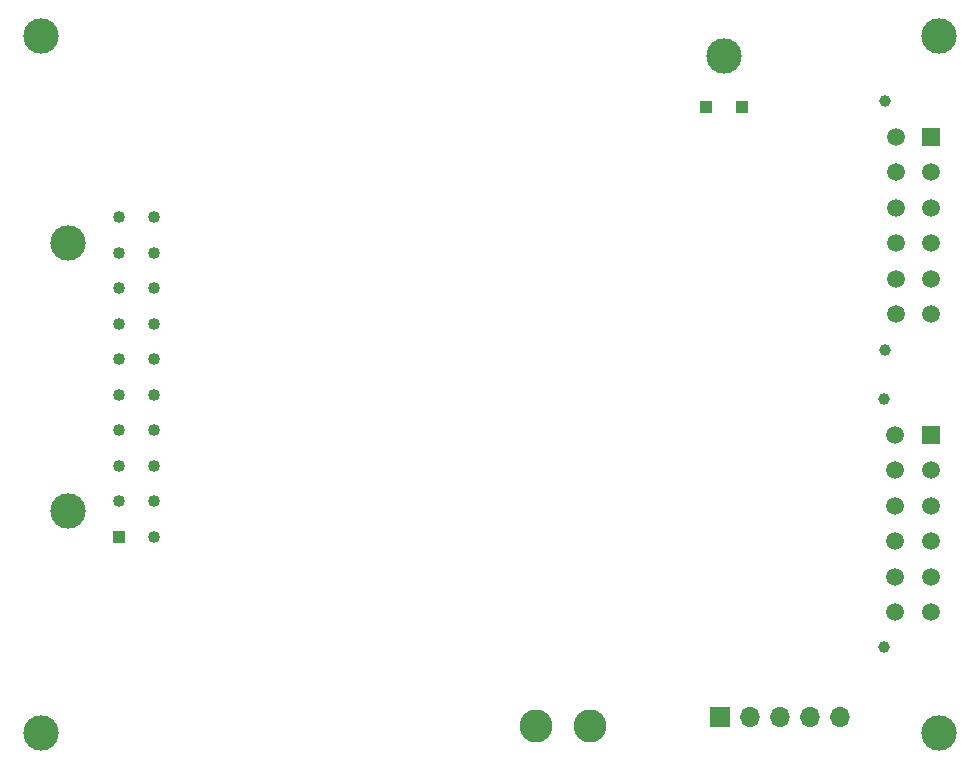
<source format=gbr>
%TF.GenerationSoftware,KiCad,Pcbnew,(5.0.0)*%
%TF.CreationDate,2019-02-02T21:11:36-06:00*%
%TF.ProjectId,BPSTemperature,42505354656D70657261747572652E6B,rev?*%
%TF.SameCoordinates,Original*%
%TF.FileFunction,Soldermask,Bot*%
%TF.FilePolarity,Negative*%
%FSLAX46Y46*%
G04 Gerber Fmt 4.6, Leading zero omitted, Abs format (unit mm)*
G04 Created by KiCad (PCBNEW (5.0.0)) date 02/02/19 21:11:36*
%MOMM*%
%LPD*%
G01*
G04 APERTURE LIST*
%ADD10C,2.800000*%
%ADD11C,3.000000*%
%ADD12R,1.020000X1.020000*%
%ADD13C,1.020000*%
%ADD14R,1.700000X1.700000*%
%ADD15O,1.700000X1.700000*%
%ADD16C,1.500000*%
%ADD17R,1.500000X1.500000*%
%ADD18C,1.000000*%
%ADD19R,1.000000X1.000000*%
G04 APERTURE END LIST*
D10*
X102468001Y-131374501D03*
X97917000Y-131374501D03*
D11*
X58273000Y-113206500D03*
X58273000Y-90506500D03*
D12*
X62593000Y-115366500D03*
D13*
X62593000Y-88346500D03*
X62593000Y-112366500D03*
X62593000Y-109366500D03*
X62593000Y-106366500D03*
X62593000Y-103366500D03*
X62593000Y-100366500D03*
X62593000Y-97366500D03*
X62593000Y-94366500D03*
X62593000Y-91366500D03*
X65593000Y-91366500D03*
X65593000Y-97366500D03*
X65593000Y-94366500D03*
X65593000Y-100366500D03*
X65593000Y-88346500D03*
X65593000Y-106366500D03*
X65593000Y-103366500D03*
X65593000Y-109366500D03*
X65593000Y-112366500D03*
X65593000Y-115366500D03*
D14*
X113474500Y-130683000D03*
D15*
X116014500Y-130683000D03*
X118554500Y-130683000D03*
X121094500Y-130683000D03*
X123634500Y-130683000D03*
D16*
X128333500Y-121760500D03*
X128333500Y-118760500D03*
X128333500Y-115760500D03*
X128333500Y-112760500D03*
X128333500Y-109760500D03*
X128333500Y-106760500D03*
X131333500Y-121760500D03*
X131333500Y-118760500D03*
X131333500Y-115760500D03*
X131333500Y-112760500D03*
X131333500Y-109760500D03*
D17*
X131333500Y-106760500D03*
D18*
X127393500Y-124760500D03*
X127393500Y-103760500D03*
X127441500Y-78534000D03*
X127441500Y-99534000D03*
D17*
X131381500Y-81534000D03*
D16*
X131381500Y-84534000D03*
X131381500Y-87534000D03*
X131381500Y-90534000D03*
X131381500Y-93534000D03*
X131381500Y-96534000D03*
X128381500Y-81534000D03*
X128381500Y-84534000D03*
X128381500Y-87534000D03*
X128381500Y-90534000D03*
X128381500Y-93534000D03*
X128381500Y-96534000D03*
D11*
X56000000Y-73000000D03*
X56000000Y-132000000D03*
X132000000Y-132000000D03*
X132000000Y-73000000D03*
X113825000Y-74700000D03*
D19*
X115325000Y-79020000D03*
X112325000Y-79020000D03*
M02*

</source>
